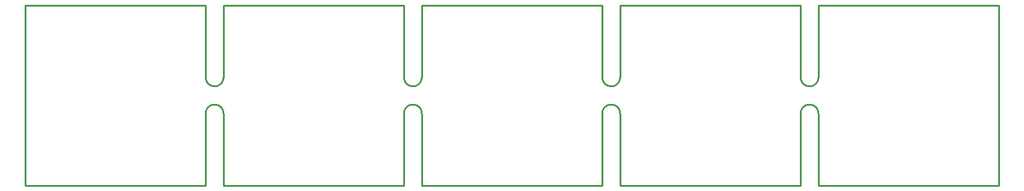
<source format=gbr>
G04 start of page 4 for group 2 idx 2 *
G04 Title: (unknown), outline *
G04 Creator: pcb 20140316 *
G04 CreationDate: Sun 13 Sep 2020 05:46:49 PM GMT UTC *
G04 For: railfan *
G04 Format: Gerber/RS-274X *
G04 PCB-Dimensions (mil): 5600.00 1200.00 *
G04 PCB-Coordinate-Origin: lower left *
%MOIN*%
%FSLAX25Y25*%
%LNOUTLINE*%
%ADD36C,0.0100*%
G54D36*X220000Y10000D02*X120000D01*
X330000D02*X230000D01*
X440000D02*X340000D01*
X550000D02*X450000D01*
X220000Y50000D02*Y10000D01*
X230000Y110000D02*Y70000D01*
Y110000D02*X330000D01*
X230000Y50000D02*Y10000D01*
X330000Y50000D02*Y10000D01*
X340000Y50000D02*Y10000D01*
X440000Y50000D02*Y10000D01*
X330000Y110000D02*Y70000D01*
X340000Y110000D02*Y70000D01*
Y110000D02*X440000D01*
Y70000D01*
X450000Y110000D02*Y70000D01*
Y110000D02*X550000D01*
X450000Y50000D02*Y10000D01*
X550000Y110000D02*Y10000D01*
X110000Y110000D02*Y70000D01*
X120000Y110000D02*Y70000D01*
Y110000D02*X220000D01*
Y70000D01*
X110000Y10000D02*X10000D01*
Y110000D01*
X110000Y50000D02*Y10000D01*
X120000Y50000D02*Y10000D01*
X10000Y110000D02*X110000D01*
X225000Y55000D02*G75*G03X220000Y50000I0J-5000D01*G01*
X225000Y55000D02*G75*G02X230000Y50000I0J-5000D01*G01*
X225000Y65000D02*G75*G02X220000Y70000I0J5000D01*G01*
X225000Y65000D02*G75*G03X230000Y70000I0J5000D01*G01*
X115000Y55000D02*G75*G03X110000Y50000I0J-5000D01*G01*
X115000Y55000D02*G75*G02X120000Y50000I0J-5000D01*G01*
X115000Y65000D02*G75*G02X110000Y70000I0J5000D01*G01*
X115000Y65000D02*G75*G03X120000Y70000I0J5000D01*G01*
X335000Y55000D02*G75*G03X330000Y50000I0J-5000D01*G01*
X335000Y55000D02*G75*G02X340000Y50000I0J-5000D01*G01*
X445000Y55000D02*G75*G03X440000Y50000I0J-5000D01*G01*
X445000Y55000D02*G75*G02X450000Y50000I0J-5000D01*G01*
X335000Y65000D02*G75*G02X330000Y70000I0J5000D01*G01*
X335000Y65000D02*G75*G03X340000Y70000I0J5000D01*G01*
X445000Y65000D02*G75*G02X440000Y70000I0J5000D01*G01*
X445000Y65000D02*G75*G03X450000Y70000I0J5000D01*G01*
M02*

</source>
